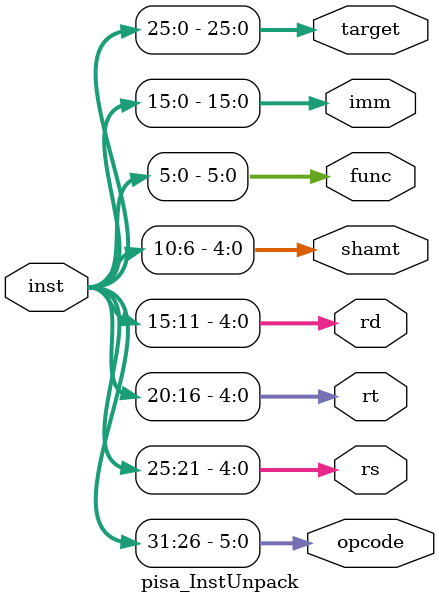
<source format=v>

`ifndef PISA_INST_V
`define PISA_INST_V


`define PISA_INST_OPCODE    31:26
`define PISA_INST_RS        25:21
`define PISA_INST_RT        20:16
`define PISA_INST_RD        15:11
`define PISA_INST_SHAMT     10:6
`define PISA_INST_FUNC      5:0
`define PISA_INST_IMM       15:0
`define PISA_INST_TARGET    25:0

//------------------------------------------------------------------------
// Field sizes
//------------------------------------------------------------------------

`define PISA_INST_NBITS          32
`define PISA_INST_OPCODE_NBITS   6
`define PISA_INST_RS_NBITS       5
`define PISA_INST_RT_NBITS       5
`define PISA_INST_RD_NBITS       5
`define PISA_INST_SHAMT_NBITS    5
`define PISA_INST_FUNC_NBITS     6
`define PISA_INST_IMM_NBITS      16
`define PISA_INST_TARGET_NBITS   26

//------------------------------------------------------------------------
// Instruction opcodes
//------------------------------------------------------------------------

// Basic instructions

`define PISA_INST_MFC0    32'b010000_00000_?????_?????_00000_000000
`define PISA_INST_MTC0    32'b010000_00100_?????_?????_00000_000000
`define PISA_INST_NOP     32'b000000_00000_00000_00000_00000_000000

// Register-register arithmetic, logical, and comparison instructions

`define PISA_INST_ADDU    32'b000000_?????_?????_?????_00000_100001
`define PISA_INST_SUBU    32'b000000_?????_?????_?????_00000_100011
`define PISA_INST_AND     32'b000000_?????_?????_?????_00000_100100
`define PISA_INST_OR      32'b000000_?????_?????_?????_00000_100101
`define PISA_INST_XOR     32'b000000_?????_?????_?????_00000_100110
`define PISA_INST_NOR     32'b000000_?????_?????_?????_00000_100111
`define PISA_INST_SLT     32'b000000_?????_?????_?????_00000_101010
`define PISA_INST_SLTU    32'b000000_?????_?????_?????_00000_101011

// Register-immediate arithmetic, logical, and comparison instructions

`define PISA_INST_ADDIU   32'b001001_?????_?????_?????_?????_??????
`define PISA_INST_ANDI    32'b001100_?????_?????_?????_?????_??????
`define PISA_INST_ORI     32'b001101_?????_?????_?????_?????_??????
`define PISA_INST_XORI    32'b001110_?????_?????_?????_?????_??????
`define PISA_INST_SLTI    32'b001010_?????_?????_?????_?????_??????
`define PISA_INST_SLTIU   32'b001011_?????_?????_?????_?????_??????

// Shift instructions

`define PISA_INST_SLL     32'b000000_00000_?????_?????_?????_000000
`define PISA_INST_SRL     32'b000000_00000_?????_?????_?????_000010
`define PISA_INST_SRA     32'b000000_00000_?????_?????_?????_000011
`define PISA_INST_SLLV    32'b000000_?????_?????_?????_00000_000100
`define PISA_INST_SRLV    32'b000000_?????_?????_?????_00000_000110
`define PISA_INST_SRAV    32'b000000_?????_?????_?????_00000_000111

// Other instructions

`define PISA_INST_LUI     32'b001111_00000_?????_?????_?????_??????

// Multiply/divide instructions

`define PISA_INST_MUL     32'b011100_?????_?????_?????_00000_000010
`define PISA_INST_DIV     32'b100111_?????_?????_?????_00000_000101
`define PISA_INST_DIVU    32'b100111_?????_?????_?????_00000_000111
`define PISA_INST_REM     32'b100111_?????_?????_?????_00000_000110
`define PISA_INST_REMU    32'b100111_?????_?????_?????_00000_001000

// Load instructions

`define PISA_INST_LW      32'b100011_?????_?????_?????_?????_??????
`define PISA_INST_LH      32'b100001_?????_?????_?????_?????_??????
`define PISA_INST_LHU     32'b100101_?????_?????_?????_?????_??????
`define PISA_INST_LB      32'b100000_?????_?????_?????_?????_??????
`define PISA_INST_LBU     32'b100100_?????_?????_?????_?????_??????
`define PISA_INST_PRELW   32'b100111_?????_?????_?????_?????_??????

// Store instructions

`define PISA_INST_SW      32'b101011_?????_?????_?????_?????_??????
`define PISA_INST_SH      32'b101001_?????_?????_?????_?????_??????
`define PISA_INST_SB      32'b101000_?????_?????_?????_?????_??????

// Unconditional jump instructions

`define PISA_INST_J       32'b000010_?????_?????_?????_?????_??????
`define PISA_INST_JAL     32'b000011_?????_?????_?????_?????_??????
`define PISA_INST_JR      32'b000000_?????_00000_00000_00000_001000
`define PISA_INST_JALR    32'b000000_?????_00000_?????_00000_001001

// Conditional branch instructions

`define PISA_INST_BEQ     32'b000100_?????_?????_?????_?????_??????
`define PISA_INST_BNE     32'b000101_?????_?????_?????_?????_??????
`define PISA_INST_BLEZ    32'b000110_?????_00000_?????_?????_??????
`define PISA_INST_BGTZ    32'b000111_?????_00000_?????_?????_??????
`define PISA_INST_BLTZ    32'b000001_?????_00000_?????_?????_??????
`define PISA_INST_BGEZ    32'b000001_?????_00001_?????_?????_??????

// System-level instructions

`define PISA_INST_SYSCALL 32'b000000_?????_?????_?????_?????_001100
`define PISA_INST_ERET    32'b010000_10000_00000_00000_00000_011000

// Atomic memory operations

`define PISA_INST_AMO_ADD 32'b100111_?????_?????_?????_00000_000010
`define PISA_INST_AMO_AND 32'b100111_?????_?????_?????_00000_000011
`define PISA_INST_AMO_OR  32'b100111_?????_?????_?????_00000_000100

// Interrupt operations
`define PISA_INST_INTR	  32'b000111_?????_?????_?????_?????_?????0
`define PISA_INST_SETINTR 32'b000111_?????_?????_?????_?????_?????1

// Change Mode operations
`define PISA_INST_CHMOD   32'b111111_?????_?????_?????_11111_111111

// Change Control Register Operations
`define PISA_INST_CHMEMPAR 32'b011111_?????_?????_?????_?????_??????

// Direct Memory Access instruction
`define PISA_INST_DIRMEM  32'b101111_?????_?????_?????_?????_??????

// Debug Intrucstion
`define PISA_INST_DEBUG	  32'b101110_?????_?????_?????_?????_??????

//------------------------------------------------------------------------
// Coprocessor registers
//------------------------------------------------------------------------

`define PISA_CPR_MNGR2PROC  1
`define PISA_CPR_PROC2MNGR  2
`define PISA_CPR_STATS_EN   21
`define PISA_CPR_NUMCORES   16
`define PISA_CPR_COREID     17

//------------------------------------------------------------------------
// Helper Tasks
//------------------------------------------------------------------------

module pisa_InstTasks();

  //----------------------------------------------------------------------
  // Assembly functions for each format type
  //----------------------------------------------------------------------

  function [`PISA_INST_NBITS-1:0] asm_fmt_r
  (
    input [`PISA_INST_OPCODE_NBITS-1:0] opcode,
    input [`PISA_INST_RS_NBITS-1:0]     rs,
    input [`PISA_INST_RT_NBITS-1:0]     rt,
    input [`PISA_INST_RD_NBITS-1:0]     rd,
    input [`PISA_INST_SHAMT_NBITS-1:0]  shamt,
    input [`PISA_INST_FUNC_NBITS-1:0]   func
  );
  begin
    asm_fmt_r[`PISA_INST_OPCODE] = opcode;
    asm_fmt_r[`PISA_INST_RS]     = rs;
    asm_fmt_r[`PISA_INST_RT]     = rt;
    asm_fmt_r[`PISA_INST_RD]     = rd;
    asm_fmt_r[`PISA_INST_SHAMT]  = shamt;
    asm_fmt_r[`PISA_INST_FUNC]   = func;
  end
  endfunction

  function [`PISA_INST_NBITS-1:0] asm_fmt_i
  (
    input [`PISA_INST_OPCODE_NBITS-1:0] opcode,
    input [`PISA_INST_RS_NBITS-1:0]     rs,
    input [`PISA_INST_RT_NBITS-1:0]     rt,
    input [`PISA_INST_IMM_NBITS-1:0]    imm
  );
  begin
    asm_fmt_i[`PISA_INST_OPCODE] = opcode;
    asm_fmt_i[`PISA_INST_RS]     = rs;
    asm_fmt_i[`PISA_INST_RT]     = rt;
    asm_fmt_i[`PISA_INST_IMM]    = imm;
  end
  endfunction

  function [`PISA_INST_NBITS-1:0] asm_fmt_j
  (
    input [`PISA_INST_OPCODE_NBITS-1:0] opcode,
    input [`PISA_INST_TARGET_NBITS-1:0] target
  );
  begin
    asm_fmt_j[`PISA_INST_OPCODE] = opcode;
    asm_fmt_j[`PISA_INST_TARGET] = target;
  end
  endfunction

  //----------------------------------------------------------------------
  // Assembly functions for basic instructions
  //----------------------------------------------------------------------

  function [`PISA_INST_NBITS-1:0] asm_mfc0
  (
    input [`PISA_INST_RT_NBITS-1:0]  rt,
    input [`PISA_INST_RD_NBITS-1:0]  rd
  );
  begin
    asm_mfc0 = asm_fmt_r( 6'b010000, 5'd0, rt, rd, 5'd0, 6'b000000 );
  end
  endfunction

  function [`PISA_INST_NBITS-1:0] asm_mtc0
  (
    input [`PISA_INST_RT_NBITS-1:0]  rt,
    input [`PISA_INST_RD_NBITS-1:0]  rd
  );
  begin
    asm_mtc0 = asm_fmt_r( 6'b010000, 5'b00100, rt, rd, 5'd0, 6'b000000 );
  end
  endfunction

  function [`PISA_INST_NBITS-1:0] asm_nop( input dummy );
  begin
    asm_nop = asm_fmt_i( 6'b000000, 5'd0, 5'd0, 16'h0 );
  end
  endfunction

  //----------------------------------------------------------------------
  // Assembly functions for reg-reg arith, logical, and cmp instructions
  //----------------------------------------------------------------------

  function [`PISA_INST_NBITS-1:0] asm_addu
  (
    input [`PISA_INST_RD_NBITS-1:0] rd,
    input [`PISA_INST_RS_NBITS-1:0] rs,
    input [`PISA_INST_RT_NBITS-1:0] rt
  );
  begin
    asm_addu = asm_fmt_r( 6'b000000, rs, rt, rd, 5'd0, 6'b100001 );
  end
  endfunction

  function [`PISA_INST_NBITS-1:0] asm_subu
  (
    input [`PISA_INST_RD_NBITS-1:0] rd,
    input [`PISA_INST_RS_NBITS-1:0] rs,
    input [`PISA_INST_RT_NBITS-1:0] rt
  );
  begin
    asm_subu = asm_fmt_r( 6'b000000, rs, rt, rd, 5'd0, 6'b100011 );
  end
  endfunction

  function [`PISA_INST_NBITS-1:0] asm_and
  (
    input [`PISA_INST_RD_NBITS-1:0] rd,
    input [`PISA_INST_RS_NBITS-1:0] rs,
    input [`PISA_INST_RT_NBITS-1:0] rt
  );
  begin
    asm_and = asm_fmt_r( 6'b000000, rs, rt, rd, 5'd0, 6'b100100 );
  end
  endfunction

  function [`PISA_INST_NBITS-1:0] asm_or
  (
    input [`PISA_INST_RD_NBITS-1:0] rd,
    input [`PISA_INST_RS_NBITS-1:0] rs,
    input [`PISA_INST_RT_NBITS-1:0] rt
  );
  begin
    asm_or = asm_fmt_r( 6'b000000, rs, rt, rd, 5'd0, 6'b100101 );
  end
  endfunction

  function [`PISA_INST_NBITS-1:0] asm_xor
  (
    input [`PISA_INST_RD_NBITS-1:0] rd,
    input [`PISA_INST_RS_NBITS-1:0] rs,
    input [`PISA_INST_RT_NBITS-1:0] rt
  );
  begin
    asm_xor = asm_fmt_r( 6'b000000, rs, rt, rd, 5'd0, 6'b100110 );
  end
  endfunction

  function [`PISA_INST_NBITS-1:0] asm_nor
  (
    input [`PISA_INST_RD_NBITS-1:0] rd,
    input [`PISA_INST_RS_NBITS-1:0] rs,
    input [`PISA_INST_RT_NBITS-1:0] rt
  );
  begin
    asm_nor = asm_fmt_r( 6'b000000, rs, rt, rd, 5'd0, 6'b100111 );
  end
  endfunction

  function [`PISA_INST_NBITS-1:0] asm_slt
  (
    input [`PISA_INST_RD_NBITS-1:0] rd,
    input [`PISA_INST_RS_NBITS-1:0] rs,
    input [`PISA_INST_RT_NBITS-1:0] rt
  );
  begin
    asm_slt = asm_fmt_r( 6'b000000, rs, rt, rd, 5'd0, 6'b101010 );
  end
  endfunction

  function [`PISA_INST_NBITS-1:0] asm_sltu
  (
    input [`PISA_INST_RD_NBITS-1:0] rd,
    input [`PISA_INST_RS_NBITS-1:0] rs,
    input [`PISA_INST_RT_NBITS-1:0] rt
  );
  begin
    asm_sltu = asm_fmt_r( 6'b000000, rs, rt, rd, 5'd0, 6'b101011 );
  end
  endfunction

  //----------------------------------------------------------------------
  // Assembly functions for reg-imm arith, logical, and cmp instructions
  //----------------------------------------------------------------------

  function [`PISA_INST_NBITS-1:0] asm_addiu
  (
    input [`PISA_INST_RT_NBITS-1:0]  rt,
    input [`PISA_INST_RS_NBITS-1:0]  rs,
    input [`PISA_INST_IMM_NBITS-1:0] imm
  );
  begin
    asm_addiu = asm_fmt_i( 6'b001001, rs, rt, imm );
  end
  endfunction

  function [`PISA_INST_NBITS-1:0] asm_andi
  (
    input [`PISA_INST_RT_NBITS-1:0]  rt,
    input [`PISA_INST_RS_NBITS-1:0]  rs,
    input [`PISA_INST_IMM_NBITS-1:0] imm
  );
  begin
    asm_andi = asm_fmt_i( 6'b001100, rs, rt, imm );
  end
  endfunction

  function [`PISA_INST_NBITS-1:0] asm_ori
  (
    input [`PISA_INST_RT_NBITS-1:0]  rt,
    input [`PISA_INST_RS_NBITS-1:0]  rs,
    input [`PISA_INST_IMM_NBITS-1:0] imm
  );
  begin
    asm_ori = asm_fmt_i( 6'b001101, rs, rt, imm );
  end
  endfunction

  function [`PISA_INST_NBITS-1:0] asm_xori
  (
    input [`PISA_INST_RT_NBITS-1:0]  rt,
    input [`PISA_INST_RS_NBITS-1:0]  rs,
    input [`PISA_INST_IMM_NBITS-1:0] imm
  );
  begin
    asm_xori = asm_fmt_i( 6'b001110, rs, rt, imm );
  end
  endfunction

  function [`PISA_INST_NBITS-1:0] asm_slti
  (
    input [`PISA_INST_RT_NBITS-1:0]  rt,
    input [`PISA_INST_RS_NBITS-1:0]  rs,
    input [`PISA_INST_IMM_NBITS-1:0] imm
  );
  begin
    asm_slti = asm_fmt_i( 6'b001010, rs, rt, imm );
  end
  endfunction

  function [`PISA_INST_NBITS-1:0] asm_sltiu
  (
    input [`PISA_INST_RT_NBITS-1:0]  rt,
    input [`PISA_INST_RS_NBITS-1:0]  rs,
    input [`PISA_INST_IMM_NBITS-1:0] imm
  );
  begin
    asm_sltiu = asm_fmt_i( 6'b001011, rs, rt, imm );
  end
  endfunction

  //----------------------------------------------------------------------
  // Assembly functions for shift instructions
  //----------------------------------------------------------------------

  function [`PISA_INST_NBITS-1:0] asm_sll
  (
    input [`PISA_INST_RD_NBITS-1:0]    rd,
    input [`PISA_INST_RT_NBITS-1:0]    rt,
    input [`PISA_INST_SHAMT_NBITS-1:0] shamt
  );
  begin
    asm_sll = asm_fmt_r( 6'b000000, 5'd0, rt, rd, shamt, 6'b000000 );
  end
  endfunction

  function [`PISA_INST_NBITS-1:0] asm_srl
  (
    input [`PISA_INST_RD_NBITS-1:0]    rd,
    input [`PISA_INST_RT_NBITS-1:0]    rt,
    input [`PISA_INST_SHAMT_NBITS-1:0] shamt
  );
  begin
    asm_srl = asm_fmt_r( 6'b000000, 5'd0, rt, rd, shamt, 6'b000010 );
  end
  endfunction

  function [`PISA_INST_NBITS-1:0] asm_sra
  (
    input [`PISA_INST_RD_NBITS-1:0]    rd,
    input [`PISA_INST_RT_NBITS-1:0]    rt,
    input [`PISA_INST_SHAMT_NBITS-1:0] shamt
  );
  begin
    asm_sra = asm_fmt_r( 6'b000000, 5'd0, rt, rd, shamt, 6'b000011 );
  end
  endfunction

  function [`PISA_INST_NBITS-1:0] asm_sllv
  (
    input [`PISA_INST_RD_NBITS-1:0]    rd,
    input [`PISA_INST_RT_NBITS-1:0]    rt,
    input [`PISA_INST_RS_NBITS-1:0]    rs
  );
  begin
    asm_sllv = asm_fmt_r( 6'b000000, rs, rt, rd, 5'd0, 6'b000100 );
  end
  endfunction

  function [`PISA_INST_NBITS-1:0] asm_srlv
  (
    input [`PISA_INST_RD_NBITS-1:0]    rd,
    input [`PISA_INST_RT_NBITS-1:0]    rt,
    input [`PISA_INST_RS_NBITS-1:0]    rs
  );
  begin
    asm_srlv = asm_fmt_r( 6'b000000, rs, rt, rd, 5'd0, 6'b000110 );
  end
  endfunction

  function [`PISA_INST_NBITS-1:0] asm_srav
  (
    input [`PISA_INST_RD_NBITS-1:0]    rd,
    input [`PISA_INST_RT_NBITS-1:0]    rt,
    input [`PISA_INST_RS_NBITS-1:0]    rs
  );
  begin
    asm_srav = asm_fmt_r( 6'b000000, rs, rt, rd, 5'd0, 6'b000111 );
  end
  endfunction

  //----------------------------------------------------------------------
  // Assembly functions for other instructions
  //----------------------------------------------------------------------

  function [`PISA_INST_NBITS-1:0] asm_lui
  (
    input [`PISA_INST_RT_NBITS-1:0]  rt,
    input [`PISA_INST_IMM_NBITS-1:0] imm
  );
  begin
    asm_lui = asm_fmt_i( 6'b001111, 5'd0, rt, imm );
  end
  endfunction

  //----------------------------------------------------------------------
  // Assembly functions for multiply/divide instructions
  //----------------------------------------------------------------------

  function [`PISA_INST_NBITS-1:0] asm_mul
  (
    input [`PISA_INST_RD_NBITS-1:0] rd,
    input [`PISA_INST_RT_NBITS-1:0] rt,
    input [`PISA_INST_RS_NBITS-1:0] rs
  );
  begin
    asm_mul = asm_fmt_r( 6'b011100, rs, rt, rd, 5'd0, 6'b000010 );
  end
  endfunction

  function [`PISA_INST_NBITS-1:0] asm_div
  (
    input [`PISA_INST_RD_NBITS-1:0] rd,
    input [`PISA_INST_RT_NBITS-1:0] rt,
    input [`PISA_INST_RS_NBITS-1:0] rs
  );
  begin
    asm_div = asm_fmt_r( 6'b100111, rs, rt, rd, 5'd0, 6'b000101 );
  end
  endfunction

  function [`PISA_INST_NBITS-1:0] asm_divu
  (
    input [`PISA_INST_RD_NBITS-1:0] rd,
    input [`PISA_INST_RT_NBITS-1:0] rt,
    input [`PISA_INST_RS_NBITS-1:0] rs
  );
  begin
    asm_divu = asm_fmt_r( 6'b100111, rs, rt, rd, 5'd0, 6'b000111 );
  end
  endfunction

  function [`PISA_INST_NBITS-1:0] asm_rem
  (
    input [`PISA_INST_RD_NBITS-1:0] rd,
    input [`PISA_INST_RT_NBITS-1:0] rt,
    input [`PISA_INST_RS_NBITS-1:0] rs
  );
  begin
    asm_rem = asm_fmt_r( 6'b100111, rs, rt, rd, 5'd0, 6'b000110 );
  end
  endfunction

  function [`PISA_INST_NBITS-1:0] asm_remu
  (
    input [`PISA_INST_RD_NBITS-1:0] rd,
    input [`PISA_INST_RT_NBITS-1:0] rt,
    input [`PISA_INST_RS_NBITS-1:0] rs
  );
  begin
    asm_remu = asm_fmt_r( 6'b100111, rs, rt, rd, 5'd0, 6'b001000 );
  end
  endfunction

  //----------------------------------------------------------------------
  // Assembly functions for load instructions
  //----------------------------------------------------------------------

  function [`PISA_INST_NBITS-1:0] asm_lw
  (
    input [`PISA_INST_RT_NBITS-1:0]  rt,
    input [`PISA_INST_IMM_NBITS-1:0] imm,
    input [`PISA_INST_RS_NBITS-1:0]  rs
  );
  begin
    asm_lw = asm_fmt_i( 6'b100011, rs, rt, imm );
  end
  endfunction

  function [`PISA_INST_NBITS-1:0] asm_lh
  (
    input [`PISA_INST_RT_NBITS-1:0]  rt,
    input [`PISA_INST_IMM_NBITS-1:0] imm,
    input [`PISA_INST_RS_NBITS-1:0]  rs
  );
  begin
    asm_lh = asm_fmt_i( 6'b100001, rs, rt, imm );
  end
  endfunction

  function [`PISA_INST_NBITS-1:0] asm_lhu
  (
    input [`PISA_INST_RT_NBITS-1:0]  rt,
    input [`PISA_INST_IMM_NBITS-1:0] imm,
    input [`PISA_INST_RS_NBITS-1:0]  rs
  );
  begin
    asm_lhu = asm_fmt_i( 6'b100101, rs, rt, imm );
  end
  endfunction

  function [`PISA_INST_NBITS-1:0] asm_lb
  (
    input [`PISA_INST_RT_NBITS-1:0]  rt,
    input [`PISA_INST_IMM_NBITS-1:0] imm,
    input [`PISA_INST_RS_NBITS-1:0]  rs
  );
  begin
    asm_lb = asm_fmt_i( 6'b100000, rs, rt, imm );
  end
  endfunction

  function [`PISA_INST_NBITS-1:0] asm_lbu
  (
    input [`PISA_INST_RT_NBITS-1:0]  rt,
    input [`PISA_INST_IMM_NBITS-1:0] imm,
    input [`PISA_INST_RS_NBITS-1:0]  rs
  );
  begin
    asm_lbu = asm_fmt_i( 6'b100100, rs, rt, imm );
  end
  endfunction

  function [`PISA_INST_NBITS-1:0] asm_prelw
  (
    input [`PISA_INST_RT_NBITS-1:0]	 rt,
	input [`PISA_INST_IMM_NBITS-1:0] imm,
	input [`PISA_INST_RS_NBITS-1:0]	 rs
  );
  begin
	asm_prelw = asm_fmt_i( 6'b100111, rs, rt, imm );
  end
  endfunction

  //----------------------------------------------------------------------
  // Assembly functions for store instructions
  //----------------------------------------------------------------------

  function [`PISA_INST_NBITS-1:0] asm_sw
  (
    input [`PISA_INST_RT_NBITS-1:0]  rt,
    input [`PISA_INST_IMM_NBITS-1:0] imm,
    input [`PISA_INST_RS_NBITS-1:0]  rs
  );
  begin
    asm_sw = asm_fmt_i( 6'b101011, rs, rt, imm );
  end
  endfunction

  function [`PISA_INST_NBITS-1:0] asm_sh
  (
    input [`PISA_INST_RT_NBITS-1:0]  rt,
    input [`PISA_INST_IMM_NBITS-1:0] imm,
    input [`PISA_INST_RS_NBITS-1:0]  rs
  );
  begin
    asm_sh = asm_fmt_i( 6'b101001, rs, rt, imm );
  end
  endfunction

  function [`PISA_INST_NBITS-1:0] asm_sb
  (
    input [`PISA_INST_RT_NBITS-1:0]  rt,
    input [`PISA_INST_IMM_NBITS-1:0] imm,
    input [`PISA_INST_RS_NBITS-1:0]  rs
  );
  begin
    asm_sb = asm_fmt_i( 6'b101000, rs, rt, imm );
  end
  endfunction

  //----------------------------------------------------------------------
  // Assembly functions for unconditional jump instructions
  //----------------------------------------------------------------------

  function [`PISA_INST_NBITS-1:0] asm_j
  (
    input [`PISA_INST_TARGET_NBITS-1:0] target
  );
  begin
    asm_j = asm_fmt_j( 6'b000010, target );
  end
  endfunction

  function [`PISA_INST_NBITS-1:0] asm_jal
  (
    input [`PISA_INST_TARGET_NBITS-1:0] target
  );
  begin
    asm_jal = asm_fmt_j( 6'b000011, target );
  end
  endfunction

  function [`PISA_INST_NBITS-1:0] asm_jr
  (
    input [`PISA_INST_RS_NBITS-1:0] rs
  );
  begin
    asm_jr = asm_fmt_r( 6'b000000, rs, 5'd0, 5'd0, 5'd0, 6'b001000 );
  end
  endfunction

  function [`PISA_INST_NBITS-1:0] asm_jalr
  (
    input [`PISA_INST_RD_NBITS-1:0] rd,
    input [`PISA_INST_RS_NBITS-1:0] rs
  );
  begin
    asm_jalr = asm_fmt_r( 6'b000000, rs, 5'd0, rd, 5'd0, 6'b001001 );
  end
  endfunction

  //----------------------------------------------------------------------
  // Assembly functions for conditional branch instructions
  //----------------------------------------------------------------------

  function [`PISA_INST_NBITS-1:0] asm_beq
  (
    input [`PISA_INST_RS_NBITS-1:0]  rs,
    input [`PISA_INST_RT_NBITS-1:0]  rt,
    input [`PISA_INST_IMM_NBITS-1:0] imm
  );
  begin
    asm_beq = asm_fmt_i( 6'b000100, rs, rt, imm );
  end
  endfunction

  function [`PISA_INST_NBITS-1:0] asm_bne
  (
    input [`PISA_INST_RS_NBITS-1:0]  rs,
    input [`PISA_INST_RT_NBITS-1:0]  rt,
    input [`PISA_INST_IMM_NBITS-1:0] imm
  );
  begin
    asm_bne = asm_fmt_i( 6'b000101, rs, rt, imm );
  end
  endfunction

  function [`PISA_INST_NBITS-1:0] asm_blez
  (
    input [`PISA_INST_RS_NBITS-1:0]  rs,
    input [`PISA_INST_IMM_NBITS-1:0] imm
  );
  begin
    asm_blez = asm_fmt_i( 6'b000110, rs, 5'd0, imm );
  end
  endfunction

  function [`PISA_INST_NBITS-1:0] asm_bgtz
  (
    input [`PISA_INST_RS_NBITS-1:0]  rs,
    input [`PISA_INST_IMM_NBITS-1:0] imm
  );
  begin
    asm_bgtz = asm_fmt_i( 6'b000111, rs, 5'd0, imm );
  end
  endfunction

  function [`PISA_INST_NBITS-1:0] asm_bltz
  (
    input [`PISA_INST_RS_NBITS-1:0]  rs,
    input [`PISA_INST_IMM_NBITS-1:0] imm
  );
  begin
    asm_bltz = asm_fmt_i( 6'b000001, rs, 5'd0, imm );
  end
  endfunction

  function [`PISA_INST_NBITS-1:0] asm_bgez
  (
    input [`PISA_INST_RS_NBITS-1:0]  rs,
    input [`PISA_INST_IMM_NBITS-1:0] imm
  );
  begin
    asm_bgez = asm_fmt_i( 6'b000001, rs, 5'd1, imm );
  end
  endfunction

  //----------------------------------------------------------------------
  // Assembly functions for system-level instructions
  //----------------------------------------------------------------------

  function [`PISA_INST_NBITS-1:0] asm_syscall( input dummy );
  begin
    asm_syscall = asm_fmt_r( 6'b000000, 5'd0, 5'd0, 5'd0, 5'd0, 6'b001100 );
  end
  endfunction

  function [`PISA_INST_NBITS-1:0] asm_eret( input dummy );
  begin
    asm_eret = asm_fmt_r( 6'b010000, 5'b10000, 5'd0, 5'd0, 5'd0, 6'b011000 );
  end
  endfunction

  //----------------------------------------------------------------------
  // Assembly functions for atomic memory operations
  //----------------------------------------------------------------------

  function [`PISA_INST_NBITS-1:0] asm_amo_add
  (
    input [`PISA_INST_RD_NBITS-1:0] rd,
    input [`PISA_INST_RS_NBITS-1:0] rs,
    input [`PISA_INST_RT_NBITS-1:0] rt
  );
  begin
    asm_amo_add = asm_fmt_r( 6'b100111, rs, rt, rd, 5'd0, 6'b000010 );
  end
  endfunction

  function [`PISA_INST_NBITS-1:0] asm_amo_and
  (
    input [`PISA_INST_RD_NBITS-1:0] rd,
    input [`PISA_INST_RS_NBITS-1:0] rs,
    input [`PISA_INST_RT_NBITS-1:0] rt
  );
  begin
    asm_amo_and = asm_fmt_r( 6'b100111, rs, rt, rd, 5'd0, 6'b000011 );
  end
  endfunction

  function [`PISA_INST_NBITS-1:0] asm_amo_or
  (
    input [`PISA_INST_RD_NBITS-1:0] rd,
    input [`PISA_INST_RS_NBITS-1:0] rs,
    input [`PISA_INST_RT_NBITS-1:0] rt
  );
  begin
    asm_amo_or = asm_fmt_r( 6'b100111, rs, rt, rd, 5'd0, 6'b000100 );
  end
  endfunction

  //----------------------------------------------------------------------
  // Assembly functions for interrupt operations
  //----------------------------------------------------------------------
  function [`PISA_INST_NBITS-1:0] asm_intr( input dummy );
  begin
	asm_intr = asm_fmt_r( 6'b000111, 'hx, 'hx, 'hx, 'hx, 6'bxxxxx0);
  end
  endfunction

  function [`PISA_INST_NBITS-1:0] asm_setintr( input dummy );
  begin
	asm_setintr = asm_fmt_r( 6'b000111, 'hx, 'hx, 'hx, 'hx, 6'bxxxxx1);
  end
  endfunction

  //----------------------------------------------------------------------
  // Assembly functions for changing execution code
  //----------------------------------------------------------------------
  function [`PISA_INST_NBITS-1:0] asm_chmod( input dummy );
  begin
	asm_chmod = asm_fmt_r( 6'b111111, 'hx, 'hx, 'hx, 5'b11111, 6'b111111);
  end
  endfunction
	
  //----------------------------------------------------------------------
  // Assembly functions for changing memory partition register
  //----------------------------------------------------------------------
  function [`PISA_INST_NBITS-1:0]	asm_chmempar
  (
	input [`PISA_INST_RT_NBITS-1:0]		rt,
    input [`PISA_INST_IMM_NBITS-1:0]	imm,
    input [`PISA_INST_RS_NBITS-1:0]		rs
  );
  begin
	asm_chmempar = asm_fmt_i( 6'b011111, rs, rt, imm );
  end
  endfunction

  //----------------------------------------------------------------------
  // Assembly functions for direct memory access
  //----------------------------------------------------------------------
  function [`PISA_INST_NBITS-1:0]	asm_dirmem
  (
	input [`PISA_INST_RT_NBITS-1:0]		rt,
	input [`PISA_INST_IMM_NBITS-1:0]	imm,
	input [`PISA_INST_RS_NBITS-1:0]		rs
  );
  begin
	asm_dirmem = asm_fmt_i( 6'b101111, rs, rt, imm);
  end
  endfunction

  //----------------------------------------------------------------------
  // Assembly functions for debug instruction
  //----------------------------------------------------------------------
  function [`PISA_INST_NBITS-1:0]	asm_debug
  (
	input [`PISA_INST_RT_NBITS-1:0]		rt,
	input [`PISA_INST_IMM_NBITS-1:0]	imm,
	input [`PISA_INST_RS_NBITS-1:0]		rs
  );
  begin
	asm_debug = asm_fmt_i( 6'b101110, rs, rt, imm );
  end
  endfunction

endmodule
//------------------------------------------------------------------------
// Unpack instruction
//------------------------------------------------------------------------

module pisa_InstUnpack
(
  // Packed message

  input  [`PISA_INST_NBITS-1:0]        inst,

  // Packed fields

  output [`PISA_INST_OPCODE_NBITS-1:0] opcode,
  output [`PISA_INST_RS_NBITS-1:0]     rs,
  output [`PISA_INST_RT_NBITS-1:0]     rt,
  output [`PISA_INST_RD_NBITS-1:0]     rd,
  output [`PISA_INST_SHAMT_NBITS-1:0]  shamt,
  output [`PISA_INST_FUNC_NBITS-1:0]   func,
  output [`PISA_INST_IMM_NBITS-1:0]    imm,
  output [`PISA_INST_TARGET_NBITS-1:0] target
);

  assign opcode   = inst[`PISA_INST_OPCODE];
  assign rs       = inst[`PISA_INST_RS];
  assign rt       = inst[`PISA_INST_RT];
  assign rd       = inst[`PISA_INST_RD];
  assign shamt    = inst[`PISA_INST_SHAMT];
  assign func     = inst[`PISA_INST_FUNC];
  assign imm      = inst[`PISA_INST_IMM];
  assign target   = inst[`PISA_INST_TARGET];

endmodule

`endif /* PISA_INST_V */

</source>
